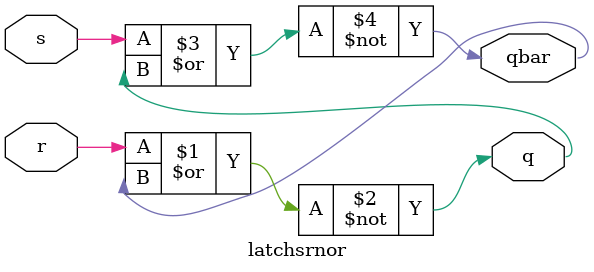
<source format=v>
module latchsrnor(s, r, q, qbar);
input s, r;
output q, qbar;
nor (q, r, qbar);
nor (qbar, s, q);
endmodule


//module latch_sr(s, r, q, qbar);
//input s, r;
//output q, qbar;
//wire set, rst;
//not (set, s);
//not (rst, r);
//nand (q, set, qbar);
//nand (qbar, rst, q);
//endmodule


//module latch_sr(s, r, clk, q, qbar);
//input s, r, clk;
//output q, qbar;
//wire sint, rint;
//and (sint, s, clk);
//and (rint, r, clk);
//nor (q, rint, qbar);
//nor (qbar, sint, q);
//endmodule



//module latch_sr(d, clk, q, qbar);
//input d, clk;
//output q, qbar;
//wire s, r, sint, rint;
//assign s = (d);
//assign r = ~(d);
//and (sint, s, clk);
//and (rint, r, clk);
//nor (q, rint, qbar);
//nor (qbar, sint, q);
//endmodule

//module latch_sr(j, k, clk, q, qbar);
//input j, k, clk;
//output q, qbar;
//wire jint, kbar, kint, dint, s, r, sint, rint;
//and (jint, j, qbar);
//not (kbar, k);
//and (kint, kbar, q);
//or (dint, jint, kint);
//assign s = (dint);
//assign r = ~(dint);
//and (sint, s, clk);
//and (rint, r, clk);
//nor (q, rint, qbar);
//nor (qbar, sint, q);
//endmodule

</source>
